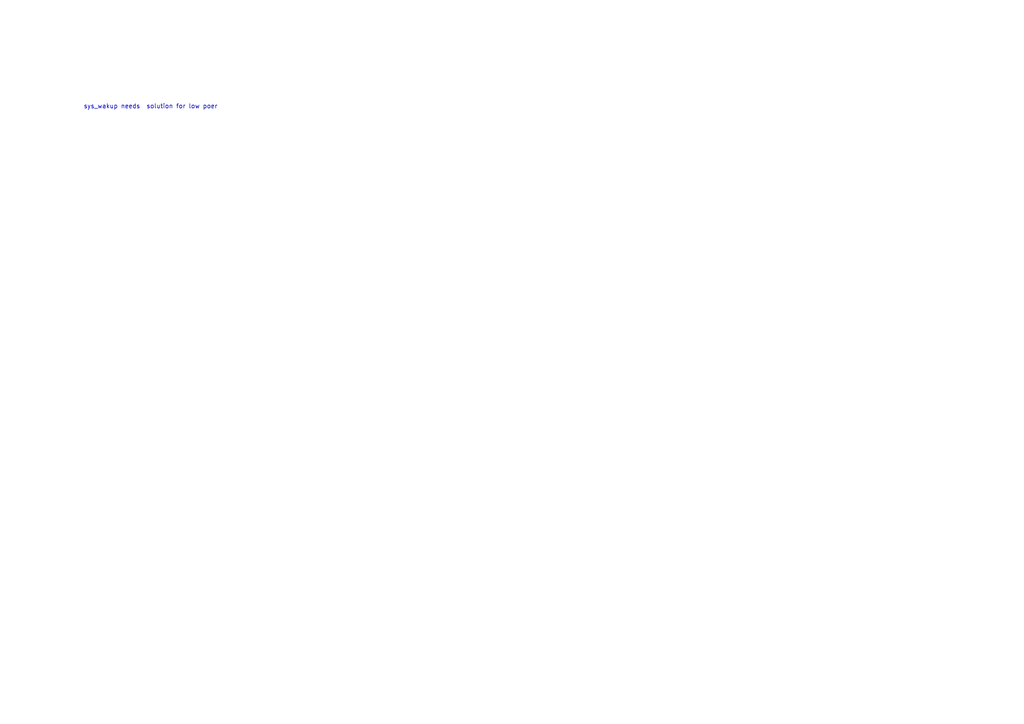
<source format=kicad_sch>
(kicad_sch
	(version 20250114)
	(generator "eeschema")
	(generator_version "9.0")
	(uuid "5a29628d-8d0d-461a-b28d-d29908ff8ed7")
	(paper "A4")
	(title_block
		(title "l8")
	)
	(lib_symbols)
	(text "sys_wakup needs  solution for low poer"
		(exclude_from_sim no)
		(at 43.688 30.988 0)
		(effects
			(font
				(size 1.27 1.27)
			)
		)
		(uuid "722689bc-216b-4ec9-97e0-b6d9635678df")
	)
)

</source>
